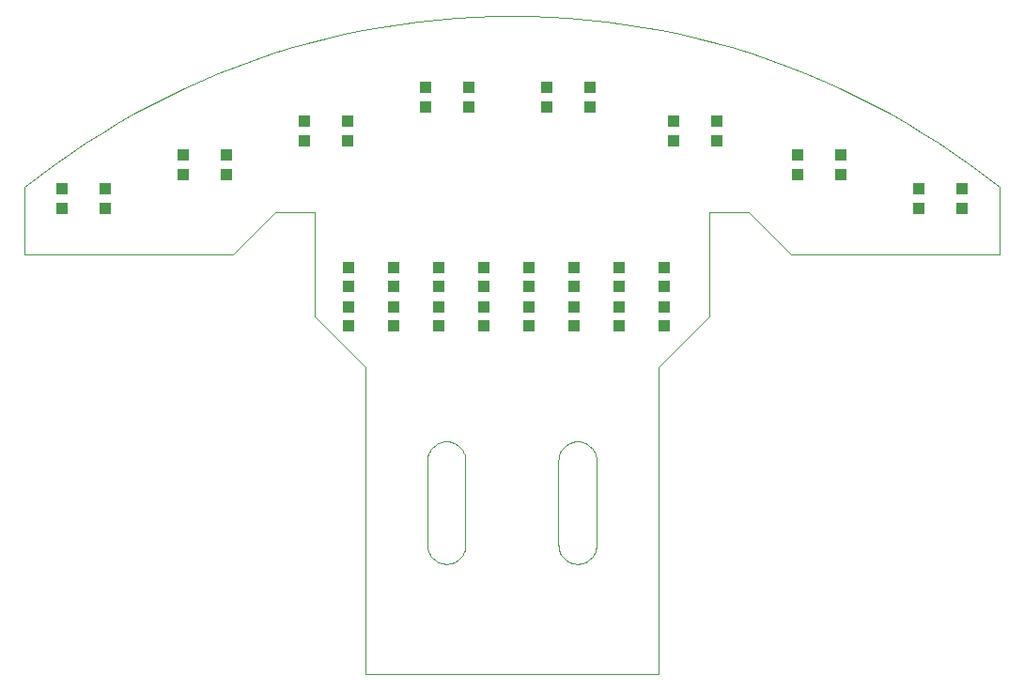
<source format=gtp>
G75*
%MOIN*%
%OFA0B0*%
%FSLAX24Y24*%
%IPPOS*%
%LPD*%
%AMOC8*
5,1,8,0,0,1.08239X$1,22.5*
%
%ADD10C,0.0000*%
%ADD11R,0.0433X0.0394*%
D10*
X012260Y000228D02*
X012260Y011128D01*
X010460Y012928D01*
X010460Y016628D01*
X009060Y016628D01*
X007560Y015128D01*
X000160Y015128D01*
X000160Y017528D01*
X014460Y007828D02*
X014460Y004828D01*
X014462Y004778D01*
X014468Y004727D01*
X014477Y004678D01*
X014490Y004629D01*
X014507Y004581D01*
X014527Y004535D01*
X014550Y004491D01*
X014577Y004448D01*
X014607Y004407D01*
X014640Y004369D01*
X014676Y004333D01*
X014714Y004300D01*
X014755Y004270D01*
X014798Y004243D01*
X014842Y004220D01*
X014888Y004200D01*
X014936Y004183D01*
X014985Y004170D01*
X015034Y004161D01*
X015085Y004155D01*
X015135Y004153D01*
X015185Y004155D01*
X015236Y004161D01*
X015285Y004170D01*
X015334Y004183D01*
X015382Y004200D01*
X015428Y004220D01*
X015473Y004243D01*
X015515Y004270D01*
X015556Y004300D01*
X015594Y004333D01*
X015630Y004369D01*
X015663Y004407D01*
X015693Y004448D01*
X015720Y004491D01*
X015743Y004535D01*
X015763Y004581D01*
X015780Y004629D01*
X015793Y004678D01*
X015802Y004727D01*
X015808Y004778D01*
X015810Y004828D01*
X015810Y007828D01*
X015808Y007878D01*
X015802Y007929D01*
X015793Y007978D01*
X015780Y008027D01*
X015763Y008075D01*
X015743Y008121D01*
X015720Y008166D01*
X015693Y008208D01*
X015663Y008249D01*
X015630Y008287D01*
X015594Y008323D01*
X015556Y008356D01*
X015515Y008386D01*
X015473Y008413D01*
X015428Y008436D01*
X015382Y008456D01*
X015334Y008473D01*
X015285Y008486D01*
X015236Y008495D01*
X015185Y008501D01*
X015135Y008503D01*
X015085Y008501D01*
X015034Y008495D01*
X014985Y008486D01*
X014936Y008473D01*
X014888Y008456D01*
X014842Y008436D01*
X014798Y008413D01*
X014755Y008386D01*
X014714Y008356D01*
X014676Y008323D01*
X014640Y008287D01*
X014607Y008249D01*
X014577Y008208D01*
X014550Y008166D01*
X014527Y008121D01*
X014507Y008075D01*
X014490Y008027D01*
X014477Y007978D01*
X014468Y007929D01*
X014462Y007878D01*
X014460Y007828D01*
X019110Y007828D02*
X019110Y004828D01*
X019112Y004778D01*
X019118Y004727D01*
X019127Y004678D01*
X019140Y004629D01*
X019157Y004581D01*
X019177Y004535D01*
X019200Y004491D01*
X019227Y004448D01*
X019257Y004407D01*
X019290Y004369D01*
X019326Y004333D01*
X019364Y004300D01*
X019405Y004270D01*
X019448Y004243D01*
X019492Y004220D01*
X019538Y004200D01*
X019586Y004183D01*
X019635Y004170D01*
X019684Y004161D01*
X019735Y004155D01*
X019785Y004153D01*
X019835Y004155D01*
X019886Y004161D01*
X019935Y004170D01*
X019984Y004183D01*
X020032Y004200D01*
X020078Y004220D01*
X020123Y004243D01*
X020165Y004270D01*
X020206Y004300D01*
X020244Y004333D01*
X020280Y004369D01*
X020313Y004407D01*
X020343Y004448D01*
X020370Y004491D01*
X020393Y004535D01*
X020413Y004581D01*
X020430Y004629D01*
X020443Y004678D01*
X020452Y004727D01*
X020458Y004778D01*
X020460Y004828D01*
X020460Y007828D01*
X020458Y007878D01*
X020452Y007929D01*
X020443Y007978D01*
X020430Y008027D01*
X020413Y008075D01*
X020393Y008121D01*
X020370Y008166D01*
X020343Y008208D01*
X020313Y008249D01*
X020280Y008287D01*
X020244Y008323D01*
X020206Y008356D01*
X020165Y008386D01*
X020123Y008413D01*
X020078Y008436D01*
X020032Y008456D01*
X019984Y008473D01*
X019935Y008486D01*
X019886Y008495D01*
X019835Y008501D01*
X019785Y008503D01*
X019735Y008501D01*
X019684Y008495D01*
X019635Y008486D01*
X019586Y008473D01*
X019538Y008456D01*
X019492Y008436D01*
X019448Y008413D01*
X019405Y008386D01*
X019364Y008356D01*
X019326Y008323D01*
X019290Y008287D01*
X019257Y008249D01*
X019227Y008208D01*
X019200Y008166D01*
X019177Y008121D01*
X019157Y008075D01*
X019140Y008027D01*
X019127Y007978D01*
X019118Y007929D01*
X019112Y007878D01*
X019110Y007828D01*
X022660Y011128D02*
X024460Y012928D01*
X024460Y016628D01*
X025860Y016628D01*
X027360Y015128D01*
X034760Y015128D01*
X034760Y017528D01*
X022660Y011128D02*
X022660Y000228D01*
X012260Y000228D01*
X000160Y017528D02*
X000686Y017940D01*
X001221Y018338D01*
X001766Y018724D01*
X002320Y019097D01*
X002883Y019456D01*
X003454Y019801D01*
X004034Y020132D01*
X004621Y020450D01*
X005216Y020753D01*
X005818Y021041D01*
X006427Y021315D01*
X007042Y021574D01*
X007663Y021818D01*
X008291Y022047D01*
X008923Y022261D01*
X009560Y022460D01*
X010202Y022643D01*
X010849Y022810D01*
X011499Y022962D01*
X012152Y023098D01*
X012809Y023219D01*
X013468Y023323D01*
X014130Y023412D01*
X014794Y023484D01*
X015459Y023540D01*
X016125Y023581D01*
X016792Y023605D01*
X017460Y023613D01*
X018128Y023605D01*
X018795Y023581D01*
X019461Y023540D01*
X020126Y023484D01*
X020790Y023412D01*
X021452Y023323D01*
X022111Y023219D01*
X022768Y023098D01*
X023421Y022962D01*
X024071Y022810D01*
X024718Y022643D01*
X025360Y022460D01*
X025997Y022261D01*
X026629Y022047D01*
X027257Y021818D01*
X027878Y021574D01*
X028493Y021315D01*
X029102Y021041D01*
X029704Y020753D01*
X030299Y020450D01*
X030886Y020132D01*
X031466Y019801D01*
X032037Y019456D01*
X032600Y019097D01*
X033154Y018724D01*
X033699Y018338D01*
X034234Y017940D01*
X034760Y017528D01*
D11*
X033427Y017483D03*
X033427Y016774D03*
X031892Y016774D03*
X031892Y017483D03*
X029127Y017974D03*
X029127Y018683D03*
X027592Y018683D03*
X027592Y017974D03*
X024727Y019174D03*
X024727Y019883D03*
X023192Y019883D03*
X023192Y019174D03*
X020227Y020374D03*
X020227Y021083D03*
X018692Y021083D03*
X018692Y020374D03*
X015927Y020374D03*
X015927Y021083D03*
X014392Y021083D03*
X014392Y020374D03*
X011627Y019883D03*
X011627Y019174D03*
X010092Y019174D03*
X010092Y019883D03*
X007327Y018683D03*
X007327Y017974D03*
X005792Y017974D03*
X005792Y018683D03*
X003027Y017483D03*
X003027Y016774D03*
X001492Y016774D03*
X001492Y017483D03*
X011660Y014663D03*
X011660Y013994D03*
X011660Y013263D03*
X011660Y012594D03*
X013260Y012594D03*
X013260Y013263D03*
X013260Y013994D03*
X013260Y014663D03*
X014860Y014663D03*
X014860Y013994D03*
X014860Y013263D03*
X014860Y012594D03*
X016460Y012594D03*
X016460Y013263D03*
X016460Y013994D03*
X016460Y014663D03*
X018060Y014663D03*
X018060Y013994D03*
X018060Y013263D03*
X018060Y012594D03*
X019660Y012594D03*
X019660Y013263D03*
X019660Y013994D03*
X019660Y014663D03*
X021260Y014663D03*
X021260Y013994D03*
X021260Y013263D03*
X021260Y012594D03*
X022860Y012594D03*
X022860Y013263D03*
X022860Y013994D03*
X022860Y014663D03*
M02*

</source>
